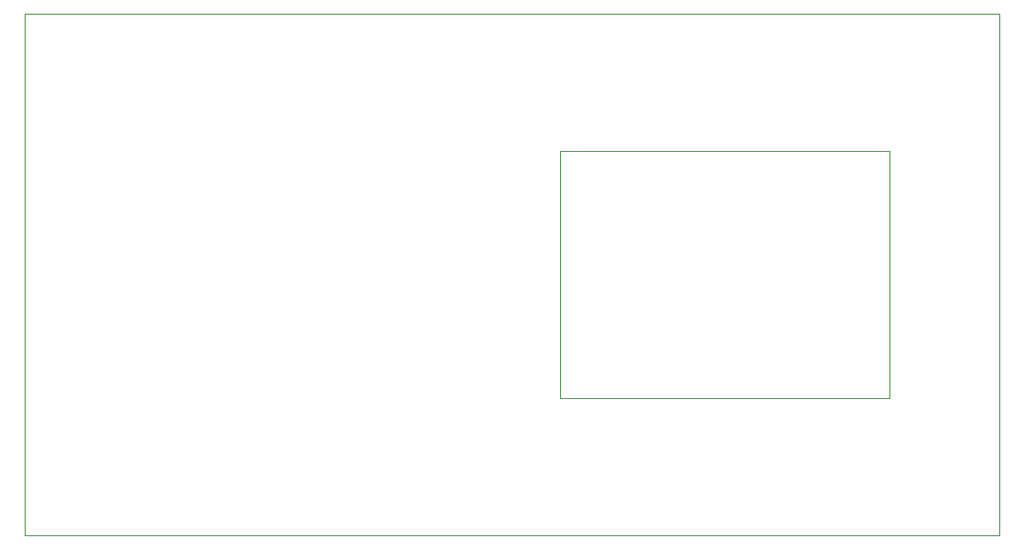
<source format=gbr>
%TF.GenerationSoftware,KiCad,Pcbnew,7.0.6*%
%TF.CreationDate,2023-08-02T14:24:24+01:00*%
%TF.ProjectId,Outline4,4f75746c-696e-4653-942e-6b696361645f,rev?*%
%TF.SameCoordinates,Original*%
%TF.FileFunction,Profile,NP*%
%FSLAX46Y46*%
G04 Gerber Fmt 4.6, Leading zero omitted, Abs format (unit mm)*
G04 Created by KiCad (PCBNEW 7.0.6) date 2023-08-02 14:24:24*
%MOMM*%
%LPD*%
G01*
G04 APERTURE LIST*
%TA.AperFunction,Profile*%
%ADD10C,0.100000*%
%TD*%
G04 APERTURE END LIST*
D10*
X14610000Y-64135000D02*
X104780000Y-64135000D01*
X104780000Y-112395000D01*
X14610000Y-112395000D01*
X14610000Y-64135000D01*
X64140000Y-76835000D02*
X94620000Y-76835000D01*
X94620000Y-99695000D01*
X64140000Y-99695000D01*
X64140000Y-76835000D01*
M02*

</source>
